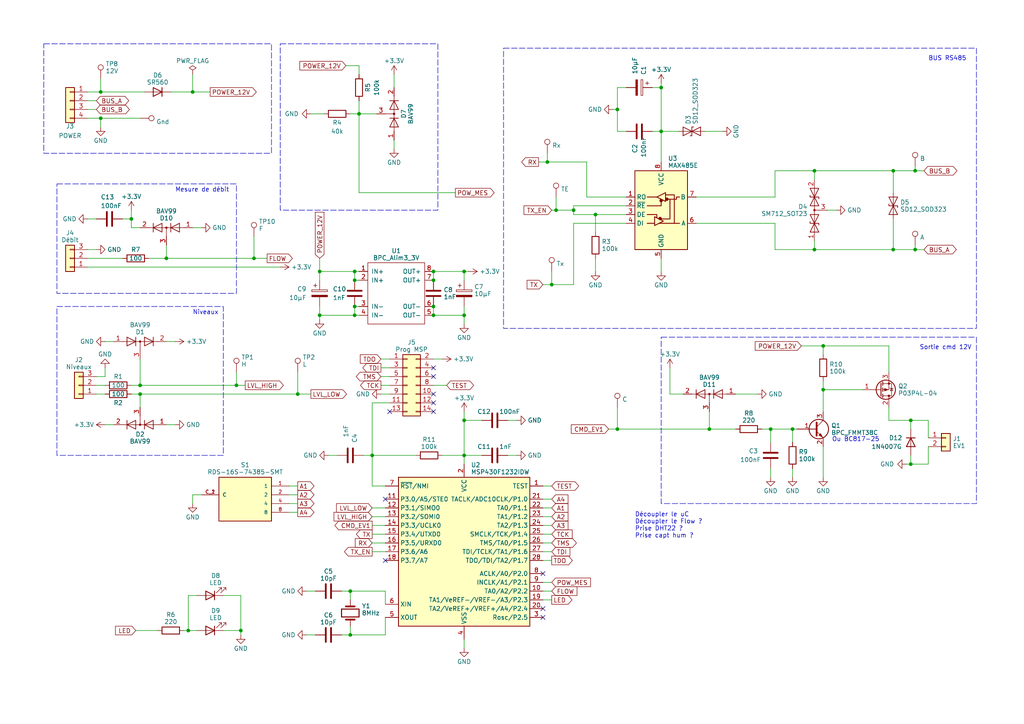
<source format=kicad_sch>
(kicad_sch (version 20230121) (generator eeschema)
  (paper "A4")
  (title_block (title "Esclave Oya MSP430") (date "2025-03-01") (rev "Rev A") (company "BPC") (comment 1 "Alim 12V - Bus RS485 - cmd EV/Pompe - Niveaux - Débit") (comment 2 "Mesure alim"))
  (junction (at 265.43 49.53))
  (junction (at 172.72 62.23))
  (junction (at 55.88 26.67))
  (junction (at 179.07 31.75))
  (junction (at 134.62 78.74))
  (junction (at 38.1 63.5))
  (junction (at 134.62 91.44))
  (junction (at 191.77 25.4))
  (junction (at 191.77 38.1))
  (junction (at 29.21 34.29))
  (junction (at 54.61 182.88))
  (junction (at 134.62 132.08))
  (junction (at 101.6 184.15))
  (junction (at 29.21 26.67))
  (junction (at 40.64 111.76))
  (junction (at 101.6 171.45))
  (junction (at 259.08 72.39))
  (junction (at 40.64 114.3))
  (junction (at 223.52 124.46))
  (junction (at 265.43 72.39))
  (junction (at 69.85 182.88))
  (junction (at 160.02 82.55))
  (junction (at 102.87 88.9))
  (junction (at 166.37 60.96))
  (junction (at 92.71 78.74))
  (junction (at 158.75 46.99))
  (junction (at 179.07 124.46))
  (junction (at 102.87 81.28))
  (junction (at 229.87 124.46))
  (junction (at 73.66 74.93))
  (junction (at 264.16 134.62))
  (junction (at 236.22 49.53))
  (junction (at 48.26 74.93))
  (junction (at 125.73 88.9))
  (junction (at 236.22 72.39))
  (junction (at 259.08 49.53))
  (junction (at 102.87 91.44))
  (junction (at 125.73 91.44))
  (junction (at 92.71 91.44))
  (junction (at 86.36 114.3))
  (junction (at 125.73 81.28))
  (junction (at 102.87 78.74))
  (junction (at 68.58 111.76))
  (junction (at 107.95 132.08))
  (junction (at 161.29 60.96))
  (junction (at 238.76 100.33))
  (junction (at 238.76 113.03))
  (junction (at 205.74 124.46))
  (junction (at 125.73 78.74))
  (junction (at 134.62 121.92))
  (junction (at 104.14 33.02))
  (junction (at 264.16 121.92))
  (no_connect (at 125.73 109.22))
  (no_connect (at 157.48 166.37))
  (no_connect (at 111.76 144.78))
  (no_connect (at 111.76 162.56))
  (no_connect (at 125.73 116.84))
  (no_connect (at 113.03 119.38))
  (no_connect (at 157.48 176.53))
  (no_connect (at 125.73 114.3))
  (no_connect (at 125.73 119.38))
  (no_connect (at 157.48 179.07))
  (no_connect (at 125.73 106.68))
  (wire (pts (xy 55.88 26.67) (xy 60.96 26.67)))
  (wire (pts (xy 157.48 162.56) (xy 160.02 162.56)))
  (wire (pts (xy 88.9 184.15) (xy 91.44 184.15)))
  (wire (pts (xy 107.95 140.97) (xy 111.76 140.97)))
  (wire (pts (xy 40.64 111.76) (xy 38.1 111.76)))
  (wire (pts (xy 54.61 172.72) (xy 57.15 172.72)))
  (wire (pts (xy 265.43 48.26) (xy 265.43 49.53)))
  (wire (pts (xy 54.61 182.88) (xy 57.15 182.88)))
  (wire (pts (xy 102.87 88.9) (xy 104.14 88.9)))
  (wire (pts (xy 35.56 63.5) (xy 38.1 63.5)))
  (wire (pts (xy 38.1 114.3) (xy 40.64 114.3)))
  (wire (pts (xy 104.14 33.02) (xy 109.22 33.02)))
  (wire (pts (xy 158.75 46.99) (xy 170.18 46.99)))
  (wire (pts (xy 25.4 77.47) (xy 81.28 77.47)))
  (wire (pts (xy 102.87 78.74) (xy 104.14 78.74)))
  (wire (pts (xy 161.29 60.96) (xy 166.37 60.96)))
  (wire (pts (xy 30.48 106.68) (xy 30.48 109.22)))
  (wire (pts (xy 179.07 31.75) (xy 179.07 25.4)))
  (wire (pts (xy 30.48 111.76) (xy 27.94 111.76)))
  (wire (pts (xy 110.49 106.68) (xy 113.03 106.68)))
  (wire (pts (xy 134.62 93.98) (xy 134.62 91.44)))
  (wire (pts (xy 134.62 121.92) (xy 139.7 121.92)))
  (wire (pts (xy 39.37 182.88) (xy 45.72 182.88)))
  (wire (pts (xy 194.31 114.3) (xy 198.12 114.3)))
  (wire (pts (xy 92.71 78.74) (xy 102.87 78.74)))
  (wire (pts (xy 55.88 66.04) (xy 58.42 66.04)))
  (wire (pts (xy 157.48 140.97) (xy 160.02 140.97)))
  (wire (pts (xy 238.76 129.54) (xy 238.76 138.43)))
  (wire (pts (xy 125.73 78.74) (xy 134.62 78.74)))
  (wire (pts (xy 25.4 26.67) (xy 29.21 26.67)))
  (wire (pts (xy 134.62 121.92) (xy 134.62 132.08)))
  (wire (pts (xy 114.3 21.59) (xy 114.3 25.4)))
  (wire (pts (xy 25.4 63.5) (xy 27.94 63.5)))
  (wire (pts (xy 104.14 55.88) (xy 132.08 55.88)))
  (wire (pts (xy 25.4 74.93) (xy 35.56 74.93)))
  (wire (pts (xy 157.48 147.32) (xy 160.02 147.32)))
  (wire (pts (xy 107.95 132.08) (xy 120.65 132.08)))
  (wire (pts (xy 157.48 144.78) (xy 160.02 144.78)))
  (wire (pts (xy 53.34 182.88) (xy 54.61 182.88)))
  (wire (pts (xy 48.26 123.19) (xy 50.8 123.19)))
  (wire (pts (xy 111.76 175.26) (xy 111.76 171.45)))
  (wire (pts (xy 191.77 38.1) (xy 196.85 38.1)))
  (wire (pts (xy 40.64 114.3) (xy 40.64 118.11)))
  (wire (pts (xy 224.79 72.39) (xy 224.79 64.77)))
  (wire (pts (xy 170.18 46.99) (xy 170.18 57.15)))
  (wire (pts (xy 29.21 36.83) (xy 29.21 34.29)))
  (wire (pts (xy 111.76 179.07) (xy 111.76 184.15)))
  (wire (pts (xy 29.21 22.86) (xy 29.21 26.67)))
  (wire (pts (xy 191.77 25.4) (xy 191.77 38.1)))
  (wire (pts (xy 238.76 100.33) (xy 238.76 102.87)))
  (wire (pts (xy 160.02 82.55) (xy 166.37 82.55)))
  (wire (pts (xy 99.06 171.45) (xy 101.6 171.45)))
  (wire (pts (xy 73.66 68.58) (xy 73.66 74.93)))
  (wire (pts (xy 265.43 72.39) (xy 267.97 72.39)))
  (wire (pts (xy 68.58 111.76) (xy 71.12 111.76)))
  (wire (pts (xy 161.29 57.15) (xy 161.29 60.96)))
  (wire (pts (xy 262.89 134.62) (xy 264.16 134.62)))
  (wire (pts (xy 189.23 38.1) (xy 191.77 38.1)))
  (wire (pts (xy 104.14 55.88) (xy 104.14 33.02)))
  (wire (pts (xy 54.61 182.88) (xy 54.61 172.72)))
  (wire (pts (xy 134.62 78.74) (xy 135.89 78.74)))
  (wire (pts (xy 125.73 88.9) (xy 125.73 91.44)))
  (wire (pts (xy 157.48 173.99) (xy 160.02 173.99)))
  (wire (pts (xy 257.81 107.95) (xy 257.81 100.33)))
  (wire (pts (xy 43.18 74.93) (xy 48.26 74.93)))
  (wire (pts (xy 259.08 72.39) (xy 265.43 72.39)))
  (wire (pts (xy 157.48 157.48) (xy 160.02 157.48)))
  (wire (pts (xy 102.87 88.9) (xy 102.87 91.44)))
  (wire (pts (xy 191.77 74.93) (xy 191.77 78.74)))
  (wire (pts (xy 104.14 29.21) (xy 104.14 33.02)))
  (wire (pts (xy 25.4 29.21) (xy 27.94 29.21)))
  (wire (pts (xy 101.6 181.61) (xy 101.6 184.15)))
  (wire (pts (xy 204.47 38.1) (xy 209.55 38.1)))
  (wire (pts (xy 88.9 171.45) (xy 91.44 171.45)))
  (wire (pts (xy 265.43 71.12) (xy 265.43 72.39)))
  (wire (pts (xy 259.08 63.5) (xy 259.08 72.39)))
  (wire (pts (xy 134.62 185.42) (xy 134.62 187.96)))
  (wire (pts (xy 181.61 38.1) (xy 179.07 38.1)))
  (wire (pts (xy 49.53 26.67) (xy 55.88 26.67)))
  (wire (pts (xy 179.07 118.11) (xy 179.07 124.46)))
  (wire (pts (xy 38.1 63.5) (xy 38.1 66.04)))
  (wire (pts (xy 110.49 111.76) (xy 113.03 111.76)))
  (wire (pts (xy 179.07 25.4) (xy 181.61 25.4)))
  (wire (pts (xy 73.66 74.93) (xy 77.47 74.93)))
  (wire (pts (xy 110.49 114.3) (xy 113.03 114.3)))
  (wire (pts (xy 157.48 171.45) (xy 160.02 171.45)))
  (wire (pts (xy 125.73 111.76) (xy 129.54 111.76)))
  (wire (pts (xy 33.02 99.06) (xy 30.48 99.06)))
  (wire (pts (xy 236.22 49.53) (xy 259.08 49.53)))
  (wire (pts (xy 223.52 135.89) (xy 223.52 138.43)))
  (wire (pts (xy 25.4 72.39) (xy 27.94 72.39)))
  (wire (pts (xy 90.17 33.02) (xy 93.98 33.02)))
  (wire (pts (xy 134.62 132.08) (xy 139.7 132.08)))
  (wire (pts (xy 160.02 78.74) (xy 160.02 82.55)))
  (wire (pts (xy 92.71 92.71) (xy 92.71 91.44)))
  (wire (pts (xy 92.71 81.28) (xy 92.71 78.74)))
  (wire (pts (xy 229.87 124.46) (xy 231.14 124.46)))
  (wire (pts (xy 27.94 114.3) (xy 30.48 114.3)))
  (wire (pts (xy 100.33 19.05) (xy 104.14 19.05)))
  (wire (pts (xy 191.77 24.13) (xy 191.77 25.4)))
  (wire (pts (xy 205.74 124.46) (xy 213.36 124.46)))
  (wire (pts (xy 269.24 127) (xy 269.24 121.92)))
  (wire (pts (xy 238.76 113.03) (xy 250.19 113.03)))
  (wire (pts (xy 48.26 71.12) (xy 48.26 74.93)))
  (wire (pts (xy 99.06 184.15) (xy 101.6 184.15)))
  (wire (pts (xy 107.95 132.08) (xy 107.95 140.97)))
  (wire (pts (xy 38.1 66.04) (xy 40.64 66.04)))
  (wire (pts (xy 269.24 129.54) (xy 269.24 134.62)))
  (wire (pts (xy 166.37 59.69) (xy 166.37 60.96)))
  (wire (pts (xy 105.41 132.08) (xy 107.95 132.08)))
  (wire (pts (xy 236.22 49.53) (xy 236.22 52.07)))
  (wire (pts (xy 86.36 114.3) (xy 90.17 114.3)))
  (wire (pts (xy 201.93 64.77) (xy 224.79 64.77)))
  (wire (pts (xy 40.64 111.76) (xy 68.58 111.76)))
  (wire (pts (xy 179.07 124.46) (xy 205.74 124.46)))
  (wire (pts (xy 107.95 160.02) (xy 111.76 160.02)))
  (wire (pts (xy 177.8 31.75) (xy 179.07 31.75)))
  (wire (pts (xy 68.58 107.95) (xy 68.58 111.76)))
  (wire (pts (xy 172.72 74.93) (xy 172.72 78.74)))
  (wire (pts (xy 229.87 135.89) (xy 229.87 138.43)))
  (wire (pts (xy 69.85 172.72) (xy 69.85 182.88)))
  (wire (pts (xy 55.88 21.59) (xy 55.88 26.67)))
  (wire (pts (xy 125.73 104.14) (xy 128.27 104.14)))
  (wire (pts (xy 201.93 57.15) (xy 224.79 57.15)))
  (wire (pts (xy 259.08 49.53) (xy 259.08 55.88)))
  (wire (pts (xy 236.22 72.39) (xy 224.79 72.39)))
  (wire (pts (xy 40.64 104.14) (xy 40.64 111.76)))
  (wire (pts (xy 166.37 62.23) (xy 172.72 62.23)))
  (wire (pts (xy 134.62 119.38) (xy 134.62 121.92)))
  (wire (pts (xy 107.95 147.32) (xy 111.76 147.32)))
  (wire (pts (xy 147.32 132.08) (xy 149.86 132.08)))
  (wire (pts (xy 259.08 49.53) (xy 265.43 49.53)))
  (wire (pts (xy 30.48 109.22) (xy 27.94 109.22)))
  (wire (pts (xy 134.62 88.9) (xy 134.62 91.44)))
  (wire (pts (xy 110.49 104.14) (xy 113.03 104.14)))
  (wire (pts (xy 157.48 160.02) (xy 160.02 160.02)))
  (wire (pts (xy 176.53 124.46) (xy 179.07 124.46)))
  (wire (pts (xy 238.76 110.49) (xy 238.76 113.03)))
  (wire (pts (xy 107.95 149.86) (xy 111.76 149.86)))
  (wire (pts (xy 25.4 31.75) (xy 27.94 31.75)))
  (wire (pts (xy 128.27 132.08) (xy 134.62 132.08)))
  (wire (pts (xy 223.52 124.46) (xy 223.52 128.27)))
  (wire (pts (xy 264.16 121.92) (xy 264.16 124.46)))
  (wire (pts (xy 40.64 114.3) (xy 86.36 114.3)))
  (wire (pts (xy 30.48 123.19) (xy 33.02 123.19)))
  (wire (pts (xy 224.79 57.15) (xy 224.79 49.53)))
  (wire (pts (xy 213.36 114.3) (xy 219.71 114.3)))
  (wire (pts (xy 157.48 154.94) (xy 160.02 154.94)))
  (wire (pts (xy 166.37 59.69) (xy 181.61 59.69)))
  (wire (pts (xy 160.02 60.96) (xy 161.29 60.96)))
  (wire (pts (xy 102.87 91.44) (xy 104.14 91.44)))
  (wire (pts (xy 240.03 60.96) (xy 242.57 60.96)))
  (wire (pts (xy 50.8 99.06) (xy 48.26 99.06)))
  (wire (pts (xy 92.71 91.44) (xy 92.71 88.9)))
  (wire (pts (xy 166.37 64.77) (xy 181.61 64.77)))
  (wire (pts (xy 107.95 154.94) (xy 111.76 154.94)))
  (wire (pts (xy 147.32 121.92) (xy 149.86 121.92)))
  (wire (pts (xy 224.79 49.53) (xy 236.22 49.53)))
  (wire (pts (xy 189.23 25.4) (xy 191.77 25.4)))
  (wire (pts (xy 194.31 106.68) (xy 194.31 114.3)))
  (wire (pts (xy 229.87 124.46) (xy 229.87 128.27)))
  (wire (pts (xy 157.48 149.86) (xy 160.02 149.86)))
  (wire (pts (xy 238.76 100.33) (xy 257.81 100.33)))
  (wire (pts (xy 157.48 168.91) (xy 160.02 168.91)))
  (wire (pts (xy 265.43 49.53) (xy 267.97 49.53)))
  (wire (pts (xy 257.81 118.11) (xy 257.81 121.92)))
  (wire (pts (xy 264.16 132.08) (xy 264.16 134.62)))
  (wire (pts (xy 58.42 143.51) (xy 55.88 143.51)))
  (wire (pts (xy 156.21 46.99) (xy 158.75 46.99)))
  (wire (pts (xy 55.88 143.51) (xy 55.88 146.05)))
  (wire (pts (xy 172.72 62.23) (xy 181.61 62.23)))
  (wire (pts (xy 114.3 40.64) (xy 114.3 43.18)))
  (wire (pts (xy 83.82 146.05) (xy 86.36 146.05)))
  (wire (pts (xy 64.77 182.88) (xy 69.85 182.88)))
  (wire (pts (xy 104.14 19.05) (xy 104.14 21.59)))
  (wire (pts (xy 38.1 60.96) (xy 38.1 63.5)))
  (wire (pts (xy 158.75 44.45) (xy 158.75 46.99)))
  (wire (pts (xy 125.73 78.74) (xy 125.73 81.28)))
  (wire (pts (xy 92.71 74.93) (xy 92.71 78.74)))
  (wire (pts (xy 269.24 121.92) (xy 264.16 121.92)))
  (wire (pts (xy 172.72 62.23) (xy 172.72 67.31)))
  (wire (pts (xy 83.82 140.97) (xy 86.36 140.97)))
  (wire (pts (xy 83.82 148.59) (xy 86.36 148.59)))
  (wire (pts (xy 264.16 121.92) (xy 257.81 121.92)))
  (wire (pts (xy 264.16 134.62) (xy 269.24 134.62)))
  (wire (pts (xy 125.73 91.44) (xy 134.62 91.44)))
  (wire (pts (xy 29.21 26.67) (xy 41.91 26.67)))
  (wire (pts (xy 29.21 34.29) (xy 25.4 34.29)))
  (wire (pts (xy 107.95 116.84) (xy 107.95 132.08)))
  (wire (pts (xy 110.49 109.22) (xy 113.03 109.22)))
  (wire (pts (xy 64.77 172.72) (xy 69.85 172.72)))
  (wire (pts (xy 107.95 116.84) (xy 113.03 116.84)))
  (wire (pts (xy 86.36 107.95) (xy 86.36 114.3)))
  (wire (pts (xy 223.52 124.46) (xy 229.87 124.46)))
  (wire (pts (xy 69.85 182.88) (xy 69.85 184.15)))
  (wire (pts (xy 102.87 78.74) (xy 102.87 81.28)))
  (wire (pts (xy 157.48 82.55) (xy 160.02 82.55)))
  (wire (pts (xy 83.82 143.51) (xy 86.36 143.51)))
  (wire (pts (xy 166.37 60.96) (xy 166.37 62.23)))
  (wire (pts (xy 191.77 38.1) (xy 191.77 46.99)))
  (wire (pts (xy 95.25 132.08) (xy 97.79 132.08)))
  (wire (pts (xy 166.37 82.55) (xy 166.37 64.77)))
  (wire (pts (xy 134.62 78.74) (xy 134.62 81.28)))
  (wire (pts (xy 101.6 171.45) (xy 101.6 173.99)))
  (wire (pts (xy 107.95 157.48) (xy 111.76 157.48)))
  (wire (pts (xy 238.76 113.03) (xy 238.76 119.38)))
  (wire (pts (xy 92.71 91.44) (xy 102.87 91.44)))
  (wire (pts (xy 48.26 74.93) (xy 73.66 74.93)))
  (wire (pts (xy 179.07 38.1) (xy 179.07 31.75)))
  (wire (pts (xy 134.62 132.08) (xy 134.62 134.62)))
  (wire (pts (xy 40.64 34.29) (xy 29.21 34.29)))
  (wire (pts (xy 205.74 119.38) (xy 205.74 124.46)))
  (wire (pts (xy 236.22 69.85) (xy 236.22 72.39)))
  (wire (pts (xy 232.41 100.33) (xy 238.76 100.33)))
  (wire (pts (xy 102.87 81.28) (xy 104.14 81.28)))
  (wire (pts (xy 181.61 57.15) (xy 170.18 57.15)))
  (wire (pts (xy 101.6 33.02) (xy 104.14 33.02)))
  (wire (pts (xy 111.76 171.45) (xy 101.6 171.45)))
  (wire (pts (xy 157.48 152.4) (xy 160.02 152.4)))
  (wire (pts (xy 236.22 72.39) (xy 259.08 72.39)))
  (wire (pts (xy 107.95 152.4) (xy 111.76 152.4)))
  (wire (pts (xy 101.6 184.15) (xy 111.76 184.15)))
  (wire (pts (xy 220.98 124.46) (xy 223.52 124.46)))
  (rectangle (start 191.77 97.79) (end 283.21 146.05) (stroke (width 0) (type dash)))
  (rectangle (start 16.51 88.9) (end 64.77 132.08) (stroke (width 0) (type dash)))
  (rectangle (start 146.05 13.97) (end 283.21 95.25) (stroke (width 0) (type dash)))
  (rectangle (start 12.7 12.7) (end 78.74 44.45) (stroke (width 0) (type dash)))
  (rectangle (start 81.28 12.7) (end 127 60.96) (stroke (width 0) (type dash)))
  (rectangle (start 16.51 53.34) (end 68.58 85.09) (stroke (width 0) (type dash)))
  (text "BUS RS485" (at 269.24 17.78 0) (effects (font (size 1.27 1.27)) (justify left bottom)))
  (text "Sortie cmd 12V" (at 266.7 101.6 0) (effects (font (size 1.27 1.27)) (justify left bottom)))
  (text "Mesure de débit" (at 50.8 55.88 0) (effects (font (size 1.27 1.27)) (justify left bottom)))
  (text "Ou BC817-25" (at 241.3 128.27 0) (effects (font (size 1.27 1.27)) (justify left bottom)))
  (text "Niveaux" (at 55.88 91.44 0) (effects (font (size 1.27 1.27)) (justify left bottom)))
  (text "Découpler le uC\nDécoupler le Flow ?\nPrise DHT22 ?\nPrise capt hum ?" (at 184.15 156.21 0) (effects (font (size 1.27 1.27)) (justify left bottom)))
  (global_label "LED" (shape output) (at 160.02 173.99 0) (property "Intersheetrefs" "${INTERSHEET_REFS}" (effects hide)))
  (global_label "FLOW" (shape output) (at 77.47 74.93 0) (property "Intersheetrefs" "${INTERSHEET_REFS}" (effects hide)))
  (global_label "A1" (shape output) (at 86.36 140.97 0) (property "Intersheetrefs" "${INTERSHEET_REFS}" (effects hide)))
  (global_label "BUS_B" (shape tri_state) (at 27.94 31.75 0) (property "Intersheetrefs" "${INTERSHEET_REFS}" (effects hide)))
  (global_label "BUS_B" (shape tri_state) (at 267.97 49.53 0) (property "Intersheetrefs" "${INTERSHEET_REFS}" (effects hide)))
  (global_label "POWER_12V" (shape input) (at 100.33 19.05 180) (property "Intersheetrefs" "${INTERSHEET_REFS}" (effects hide)))
  (global_label "FLOW" (shape input) (at 160.02 171.45 0) (property "Intersheetrefs" "${INTERSHEET_REFS}" (effects hide)))
  (global_label "LVL_LOW" (shape input) (at 107.95 147.32 180) (property "Intersheetrefs" "${INTERSHEET_REFS}" (effects hide)))
  (global_label "CMD_EV1" (shape input) (at 176.53 124.46 180) (property "Intersheetrefs" "${INTERSHEET_REFS}" (effects hide)))
  (global_label "BUS_A" (shape tri_state) (at 267.97 72.39 0) (property "Intersheetrefs" "${INTERSHEET_REFS}" (effects hide)))
  (global_label "TX_EN" (shape output) (at 107.95 160.02 180) (property "Intersheetrefs" "${INTERSHEET_REFS}" (effects hide)))
  (global_label "A2" (shape output) (at 86.36 143.51 0) (property "Intersheetrefs" "${INTERSHEET_REFS}" (effects hide)))
  (global_label "TDO" (shape input) (at 110.49 104.14 180) (property "Intersheetrefs" "${INTERSHEET_REFS}" (effects hide)))
  (global_label "TMS" (shape bidirectional) (at 110.49 109.22 180) (property "Intersheetrefs" "${INTERSHEET_REFS}" (effects hide)))
  (global_label "TDI" (shape output) (at 110.49 106.68 180) (property "Intersheetrefs" "${INTERSHEET_REFS}" (effects hide)))
  (global_label "A3" (shape input) (at 160.02 152.4 0) (property "Intersheetrefs" "${INTERSHEET_REFS}" (effects hide)))
  (global_label "TEST" (shape bidirectional) (at 160.02 140.97 0) (property "Intersheetrefs" "${INTERSHEET_REFS}" (effects hide)))
  (global_label "POW_MES" (shape output) (at 132.08 55.88 0) (property "Intersheetrefs" "${INTERSHEET_REFS}" (effects hide)))
  (global_label "TCK" (shape output) (at 110.49 111.76 180) (property "Intersheetrefs" "${INTERSHEET_REFS}" (effects hide)))
  (global_label "LVL_HIGH" (shape input) (at 107.95 149.86 180) (property "Intersheetrefs" "${INTERSHEET_REFS}" (effects hide)))
  (global_label "BUS_A" (shape tri_state) (at 27.94 29.21 0) (property "Intersheetrefs" "${INTERSHEET_REFS}" (effects hide)))
  (global_label "POWER_12V" (shape input) (at 92.71 74.93 90) (property "Intersheetrefs" "${INTERSHEET_REFS}" (effects hide)))
  (global_label "TMS" (shape bidirectional) (at 160.02 157.48 0) (property "Intersheetrefs" "${INTERSHEET_REFS}" (effects hide)))
  (global_label "TDI" (shape input) (at 160.02 160.02 0) (property "Intersheetrefs" "${INTERSHEET_REFS}" (effects hide)))
  (global_label "TEST" (shape bidirectional) (at 129.54 111.76 0) (property "Intersheetrefs" "${INTERSHEET_REFS}" (effects hide)))
  (global_label "RX" (shape output) (at 156.21 46.99 180) (property "Intersheetrefs" "${INTERSHEET_REFS}" (effects hide)))
  (global_label "POW_MES" (shape input) (at 160.02 168.91 0) (property "Intersheetrefs" "${INTERSHEET_REFS}" (effects hide)))
  (global_label "TX" (shape output) (at 107.95 154.94 180) (property "Intersheetrefs" "${INTERSHEET_REFS}" (effects hide)))
  (global_label "TDO" (shape output) (at 160.02 162.56 0) (property "Intersheetrefs" "${INTERSHEET_REFS}" (effects hide)))
  (global_label "A1" (shape input) (at 160.02 147.32 0) (property "Intersheetrefs" "${INTERSHEET_REFS}" (effects hide)))
  (global_label "POWER_12V" (shape output) (at 60.96 26.67 0) (property "Intersheetrefs" "${INTERSHEET_REFS}" (effects hide)))
  (global_label "A2" (shape input) (at 160.02 149.86 0) (property "Intersheetrefs" "${INTERSHEET_REFS}" (effects hide)))
  (global_label "RX" (shape input) (at 107.95 157.48 180) (property "Intersheetrefs" "${INTERSHEET_REFS}" (effects hide)))
  (global_label "LVL_LOW" (shape output) (at 90.17 114.3 0) (property "Intersheetrefs" "${INTERSHEET_REFS}" (effects hide)))
  (global_label "TX_EN" (shape input) (at 160.02 60.96 180) (property "Intersheetrefs" "${INTERSHEET_REFS}" (effects hide)))
  (global_label "TX" (shape input) (at 157.48 82.55 180) (property "Intersheetrefs" "${INTERSHEET_REFS}" (effects hide)))
  (global_label "CMD_EV1" (shape output) (at 107.95 152.4 180) (property "Intersheetrefs" "${INTERSHEET_REFS}" (effects hide)))
  (global_label "LED" (shape input) (at 39.37 182.88 180) (property "Intersheetrefs" "${INTERSHEET_REFS}" (effects hide)))
  (global_label "A3" (shape output) (at 86.36 146.05 0) (property "Intersheetrefs" "${INTERSHEET_REFS}" (effects hide)))
  (global_label "A4" (shape input) (at 160.02 144.78 0) (property "Intersheetrefs" "${INTERSHEET_REFS}" (effects hide)))
  (global_label "TCK" (shape input) (at 160.02 154.94 0) (property "Intersheetrefs" "${INTERSHEET_REFS}" (effects hide)))
  (global_label "A4" (shape output) (at 86.36 148.59 0) (property "Intersheetrefs" "${INTERSHEET_REFS}" (effects hide)))
  (global_label "POWER_12V" (shape input) (at 232.41 100.33 180) (property "Intersheetrefs" "${INTERSHEET_REFS}" (effects hide)))
  (global_label "LVL_HIGH" (shape output) (at 71.12 111.76 0) (property "Intersheetrefs" "${INTERSHEET_REFS}" (effects hide)))
  (symbol (lib_id "Diode:BAV99") (at 205.74 114.3 0) (mirror y) (unit 1)
    (property "Reference" "D11" (at 205.74 111.5234 0))
    (property "Value" "BAV99" (at 205.74 109.4754 0))
    (property "Footprint" "Package_TO_SOT_SMD:SOT-23" (effects hide))
    (property "Datasheet" "https://assets.nexperia.com/documents/data-sheet/BAV99_SER.pdf" (effects hide))
    (property "RefFabricant" "BAV99" (effects hide))
    (property "RefFournisseur" "2675152" (effects hide))
    (property "Fabricant" "MULTICOMP PRO" (effects hide))
    (property "Fournisseur" "Farnell" (effects hide))
    (property "Description" "Diodes signaux faibles" (effects hide))
    (property "Price" "0,0994" (effects hide))
  )
  (symbol (lib_id "bpc:BPC_PROG_MSP") (at 118.11 111.76 0) (unit 1)
    (property "Reference" "J5" (at 119.38 99.29 0))
    (property "Value" "Prog MSP" (at 119.38 101.338 0))
    (property "Footprint" "bpc:BPC_PROG_MSP" (effects hide))
  )
  (symbol (lib_id "bpc:BPC_RDS-16S-74385-SMT") (at 71.12 143.51 0) (unit 1)
    (property "Reference" "S1" (at 71.12 134.85 0))
    (property "Value" "RDS-16S-74385-SMT" (at 71.12 136.898 0))
    (property "Footprint" "bpc:BPC_RDS-16S-74385-SMT" (effects hide))
    (property "MF" "CUI Devices" (effects hide))
    (property "MAXIMUM_PACKAGE_HEIGHT" "8.35mm" (effects hide))
    (property "Package" "None" (effects hide))
    (property "Price" "2,76" (effects hide))
    (property "Check_prices" "https://www.snapeda.com/parts/RDS-16S-74385-SMT/CUI+Devices/view-part/?ref=eda" (effects hide))
    (property "STANDARD" "Manufacturer Recommendations" (effects hide))
    (property "PARTREV" "1.0" (effects hide))
    (property "SnapEDA_Link" "https://www.snapeda.com/parts/RDS-16S-74385-SMT/CUI+Devices/view-part/?ref=snap" (effects hide))
    (property "MP" "RDS-16S-74385-SMT" (effects hide))
    (property "Description" "Switch rotatif 16 positions" (effects hide))
    (property "CUI_purchase_URL" "https://www.cuidevices.com/product/switches/dip-switches/rds-16s-74385-smt?utm_source=snapeda.com&utm_medium=referral&utm_campaign=snapedaBOM" (effects hide))
    (property "Availability" "In Stock" (effects hide))
    (property "MANUFACTURER" "CUI Devices" (effects hide))
    (property "RefFabricant" "RDS-16S-74385-SMT-TR" (effects hide))
    (property "Fabricant" "CUI Devices" (effects hide))
    (property "Purchase-URL" "https://www.digikey.at/en/products/detail/cui-devices/RDS-16S-74385-SMT-TR/13530571" (effects hide))
    (property "Fournisseur" "Digikey" (effects hide))
  )
  (symbol (lib_id "power:GND") (at 69.85 184.15 0) (unit 1)
    (property "Reference" "#PWR017" (effects hide))
    (property "Value" "GND" (at 69.85 188.095 0))
  )
  (symbol (lib_id "bpc:BPC_FMMT38C") (at 236.22 124.46 0) (unit 1)
    (property "Reference" "Q1" (at 241.0714 123.436 0) (effects (justify left)))
    (property "Value" "BPC_FMMT38C" (at 241.0714 125.484 0) (effects (justify left)))
    (property "Footprint" "bpc:BPC_SOT-23-3" (effects hide))
    (property "RefFabricant" "FMMT38C" (effects hide))
    (property "RefFournisseur" "9526315" (effects hide))
    (property "Fabricant" "DIODES" (effects hide))
    (property "Fournisseur" "Farnell" (effects hide))
    (property "Description" "Transistor NPN" (effects hide))
    (property "Price" "1,1844" (effects hide))
  )
  (symbol (lib_id "power:GND") (at 229.87 138.43 0) (unit 1)
    (property "Reference" "#PWR030" (effects hide))
    (property "Value" "GND" (at 229.87 142.375 0))
  )
  (symbol (lib_id "Device:R") (at 104.14 25.4 180) (unit 1)
    (property "Reference" "R5" (at 106.68 25.4 90))
    (property "Value" "100k" (at 109.22 25.4 90))
    (property "Footprint" "Resistor_SMD:R_0805_2012Metric_Pad1.20x1.40mm_HandSolder" (effects hide))
    (property "RefFabricant" "MCHVR05JTEW1003" (effects hide))
    (property "RefFournisseur" "2826073" (effects hide))
    (property "Fabricant" "MULTICOMP PRO" (effects hide))
    (property "Fournisseur" "Farnell" (effects hide))
    (property "Description" "Résistance 100 kOhms" (effects hide))
    (property "Price" "0,0522" (effects hide))
  )
  (symbol (lib_id "Device:LED") (at 60.96 182.88 180) (unit 1)
    (property "Reference" "D9" (at 62.5475 177.141 0))
    (property "Value" "LED" (at 62.5475 179.189 0))
    (property "Footprint" "LED_SMD:LED_0805_2012Metric_Pad1.15x1.40mm_HandSolder" (effects hide))
    (property "RefFabricant" "SML-D14VWT86C" (effects hide))
    (property "RefFournisseur" "2829438" (effects hide))
    (property "Fabricant" "ROHM" (effects hide))
    (property "Fournisseur" "Farnell" (effects hide))
    (property "Description" "LED rouge 805" (effects hide))
    (property "Price" "0,4992" (effects hide))
  )
  (symbol (lib_id "Device:C") (at 223.52 132.08 0) (unit 1)
    (property "Reference" "C3" (at 217.17 130.81 0) (effects (justify left)))
    (property "Value" "100nF" (at 214.63 133.35 0) (effects (justify left)))
    (property "Footprint" "Capacitor_SMD:C_0805_2012Metric" (effects hide))
    (property "RefFabricant" "C0603C104K1RACTU" (effects hide))
    (property "RefFournisseur" "4199453" (effects hide))
    (property "Fabricant" "KEMET" (effects hide))
    (property "Fournisseur" "Farnell" (effects hide))
    (property "Description" "Condensateur céramique 100nF" (effects hide))
    (property "Price" "0,42" (effects hide))
  )
  (symbol (lib_id "Connector:TestPoint") (at 73.66 68.58 0) (unit 1)
    (property "Reference" "TP10" (at 75.057 64.254 0) (effects (justify left)))
    (property "Value" "F" (at 75.057 66.302 0) (effects (justify left)))
    (property "Footprint" "TestPoint:TestPoint_Pad_D1.0mm" (effects hide))
    (property "Price" "0" (effects hide))
  )
  (symbol (lib_id "bpc:BPC_Alim3_3V") (at 106.68 78.74 0) (unit 1)
    (property "Reference" "U1" (at 114.935 72.747 0))
    (property "Value" "BPC_Alim3_3V" (at 114.935 74.795 0))
    (property "Footprint" "bpc:BPC_Alim3_3V" (effects hide))
  )
  (symbol (lib_id "power:GND") (at 114.3 43.18 0) (unit 1)
    (property "Reference" "#PWR016" (effects hide))
    (property "Value" "GND" (at 114.3 47.125 0))
  )
  (symbol (lib_id "Diode:BAV99") (at 48.26 66.04 0) (mirror y) (unit 1)
    (property "Reference" "D10" (at 48.26 63.2634 0))
    (property "Value" "BAV99" (at 48.26 61.2154 0))
    (property "Footprint" "Package_TO_SOT_SMD:SOT-23" (effects hide))
    (property "Datasheet" "https://assets.nexperia.com/documents/data-sheet/BAV99_SER.pdf" (effects hide))
    (property "RefFabricant" "BAV99" (effects hide))
    (property "RefFournisseur" "2675152" (effects hide))
    (property "Fabricant" "MULTICOMP PRO" (effects hide))
    (property "Fournisseur" "Farnell" (effects hide))
    (property "Description" "Diodes signaux faibles" (effects hide))
    (property "Price" "0,0994" (effects hide))
  )
  (symbol (lib_id "power:PWR_FLAG") (at 55.88 21.59 0) (unit 1)
    (property "Reference" "#FLG02" (effects hide))
    (property "Value" "PWR_FLAG" (at 55.88 17.645 0))
  )
  (symbol (lib_id "power:GND") (at 29.21 36.83 0) (unit 1)
    (property "Reference" "#PWR013" (effects hide))
    (property "Value" "GND" (at 29.21 40.775 0))
  )
  (symbol (lib_id "Device:R") (at 238.76 106.68 0) (unit 1)
    (property "Reference" "R10" (at 240.538 105.656 0) (effects (justify left)))
    (property "Value" "100k" (at 240.538 107.704 0) (effects (justify left)))
    (property "Footprint" "Resistor_SMD:R_0805_2012Metric_Pad1.20x1.40mm_HandSolder" (effects hide))
    (property "RefFabricant" "MCHVR05JTEW1003" (effects hide))
    (property "RefFournisseur" "2826073" (effects hide))
    (property "Fabricant" "MULTICOMP PRO" (effects hide))
    (property "Fournisseur" "Farnell" (effects hide))
    (property "Description" "Résistance 100 kOhms" (effects hide))
    (property "Price" "0,0522" (effects hide))
  )
  (symbol (lib_id "power:GND") (at 238.76 138.43 0) (unit 1)
    (property "Reference" "#PWR031" (effects hide))
    (property "Value" "GND" (at 238.76 142.375 0))
  )
  (symbol (lib_id "power:GND") (at 242.57 60.96 90) (unit 1)
    (property "Reference" "#PWR012" (effects hide))
    (property "Value" "GND" (at 245.745 60.96 90) (effects (justify right)))
  )
  (symbol (lib_id "Device:C") (at 143.51 121.92 270) (unit 1)
    (property "Reference" "C12" (at 138.43 119.38 90) (effects (justify left)))
    (property "Value" "100nF" (at 144.78 119.38 90) (effects (justify left)))
    (property "Footprint" "Capacitor_SMD:C_0805_2012Metric" (effects hide))
    (property "RefFabricant" "C0603C104K1RACTU" (effects hide))
    (property "RefFournisseur" "4199453" (effects hide))
    (property "Fabricant" "KEMET" (effects hide))
    (property "Fournisseur" "Farnell" (effects hide))
    (property "Description" "Condensateur céramique 100nF" (effects hide))
    (property "Price" "0,42" (effects hide))
  )
  (symbol (lib_id "Device:D") (at 45.72 26.67 180) (unit 1)
    (property "Reference" "D6" (at 45.72 21.82 0))
    (property "Value" "SR560" (at 45.72 23.868 0))
    (property "Footprint" "Diode_THT:D_DO-15_P12.70mm_Horizontal" (effects hide))
    (property "Sim.Device" "D" (effects hide))
    (property "Sim.Pins" "1=K 2=A" (effects hide))
    (property "RefFabricant" "SR560" (effects hide))
    (property "RefFournisseur" "2675411" (effects hide))
    (property "Fabricant" "MULTICOMP PRO" (effects hide))
    (property "Fournisseur" "Farnell" (effects hide))
    (property "Description" "Diode de redressement SR560" (effects hide))
    (property "Price" "0,5844" (effects hide))
  )
  (symbol (lib_id "power:GND") (at 177.8 31.75 270) (unit 1)
    (property "Reference" "#PWR07" (effects hide))
    (property "Value" "GND" (at 174.6251 31.75 90) (effects (justify right)))
  )
  (symbol (lib_id "Diode:BAV99") (at 40.64 123.19 180) (unit 1)
    (property "Reference" "D2" (at 40.64 125.9666 0))
    (property "Value" "BAV99" (at 40.64 128.0146 0))
    (property "Footprint" "Package_TO_SOT_SMD:SOT-23" (effects hide))
    (property "Datasheet" "https://assets.nexperia.com/documents/data-sheet/BAV99_SER.pdf" (effects hide))
    (property "RefFabricant" "BAV99" (effects hide))
    (property "RefFournisseur" "2675152" (effects hide))
    (property "Fabricant" "MULTICOMP PRO" (effects hide))
    (property "Fournisseur" "Farnell" (effects hide))
    (property "Description" "Diodes signaux faibles" (effects hide))
    (property "Price" "0,0994" (effects hide))
  )
  (symbol (lib_id "power:GND") (at 262.89 134.62 270) (unit 1)
    (property "Reference" "#PWR032" (effects hide))
    (property "Value" "GND" (at 255.27 134.62 90) (effects (justify left)))
  )
  (symbol (lib_id "power:GND") (at 110.49 114.3 270) (unit 1)
    (property "Reference" "#PWR034" (effects hide))
    (property "Value" "GND" (at 107.3151 114.3 90) (effects (justify right)))
  )
  (symbol (lib_id "Device:C") (at 125.73 85.09 0) (unit 1)
    (property "Reference" "C8" (at 128.651 84.066 0) (effects (justify left)))
    (property "Value" "1nF" (at 128.651 86.114 0) (effects (justify left)))
    (property "Footprint" "Capacitor_SMD:C_0603_1608Metric" (effects hide))
    (property "RefFabricant" "C0603X102J5GACAUTO" (effects hide))
    (property "RefFournisseur" "2219417" (effects hide))
    (property "Fabricant" "KEMET" (effects hide))
    (property "Fournisseur" "Farnell" (effects hide))
    (property "Description" "Condensateur céramique 1nF" (effects hide))
    (property "Price" "0,42" (effects hide))
  )
  (symbol (lib_id "power:+3.3V") (at 50.8 99.06 270) (unit 1)
    (property "Reference" "#PWR04" (effects hide))
    (property "Value" "+3.3V" (at 53.975 99.06 90) (effects (justify left)))
  )
  (symbol (lib_id "power:GND") (at 50.8 123.19 90) (unit 1)
    (property "Reference" "#PWR05" (effects hide))
    (property "Value" "GND" (at 53.975 123.19 90) (effects (justify right)))
  )
  (symbol (lib_id "Diode:SD12_SOD323") (at 259.08 59.69 90) (unit 1)
    (property "Reference" "D5" (at 261.0866 58.666 90) (effects (justify right)))
    (property "Value" "SD12_SOD323" (at 261.0866 60.714 90) (effects (justify right)))
    (property "Footprint" "Diode_SMD:D_SOD-323" (effects hide))
    (property "Datasheet" "https://www.littelfuse.com/~/media/electronics/datasheets/tvs_diode_arrays/littelfuse_tvs_diode_array_sd_c_datasheet.pdf.pdf" (effects hide))
    (property "RefFabricant" "SD12-7" (effects hide))
    (property "RefFournisseur" "3945781RL" (effects hide))
    (property "Fabricant" "DIODES INC" (effects hide))
    (property "Fournisseur" "Farnell" (effects hide))
    (property "Description" "Diodes TVS simples" (effects hide))
    (property "Price" "0,1272" (effects hide))
  )
  (symbol (lib_id "Device:R") (at 34.29 114.3 90) (unit 1)
    (property "Reference" "R2" (at 34.29 116.84 90))
    (property "Value" "100" (at 34.29 114.3 90))
    (property "Footprint" "Resistor_SMD:R_0805_2012Metric_Pad1.20x1.40mm_HandSolder" (effects hide))
    (property "RefFabricant" "CRCW0805100RFKTA" (effects hide))
    (property "RefFournisseur" "1652906" (effects hide))
    (property "Fabricant" "VISHAY" (effects hide))
    (property "Fournisseur" "Farnell" (effects hide))
    (property "Description" "Résistance 100 Ohms" (effects hide))
    (property "Price" "0,0522" (effects hide))
  )
  (symbol (lib_id "power:GND") (at 149.86 121.92 90) (unit 1)
    (property "Reference" "#PWR036" (effects hide))
    (property "Value" "GND" (at 153.035 121.92 90) (effects (justify right)))
  )
  (symbol (lib_id "power:GND") (at 25.4 63.5 270) (unit 1)
    (property "Reference" "#PWR040" (effects hide))
    (property "Value" "GND" (at 22.2251 63.5 90) (effects (justify right)))
  )
  (symbol (lib_id "power:+3.3V") (at 30.48 123.19 90) (unit 1)
    (property "Reference" "#PWR03" (effects hide))
    (property "Value" "+3.3V" (at 27.305 123.19 90) (effects (justify left)))
  )
  (symbol (lib_id "power:GND") (at 27.94 72.39 90) (unit 1)
    (property "Reference" "#PWR019" (effects hide))
    (property "Value" "GND" (at 31.115 72.39 90) (effects (justify right)))
  )
  (symbol (lib_id "Device:R") (at 39.37 74.93 90) (unit 1)
    (property "Reference" "R7" (at 39.37 72.39 90))
    (property "Value" "100" (at 39.37 74.93 90))
    (property "Footprint" "Resistor_SMD:R_0805_2012Metric_Pad1.20x1.40mm_HandSolder" (effects hide))
    (property "RefFabricant" "CRCW0805100RFKTA" (effects hide))
    (property "RefFournisseur" "1652906" (effects hide))
    (property "Fabricant" "VISHAY" (effects hide))
    (property "Fournisseur" "Farnell" (effects hide))
    (property "Description" "Résistance 100 Ohms" (effects hide))
    (property "Price" "0,0522" (effects hide))
  )
  (symbol (lib_id "Device:D") (at 264.16 128.27 270) (unit 1)
    (property "Reference" "D12" (at 257.81 127 90) (effects (justify left)))
    (property "Value" "1N4007G" (at 252.73 129.54 90) (effects (justify left)))
    (property "Footprint" "Diode_THT:D_A-405_P5.08mm_Vertical_KathodeUp" (effects hide))
    (property "Sim.Device" "D" (effects hide))
    (property "Sim.Pins" "1=K 2=A" (effects hide))
    (property "RefFabricant" "1N4007G" (effects hide))
    (property "RefFournisseur" "2675047" (effects hide))
    (property "Fabricant" "MULTICOMP PRO" (effects hide))
    (property "Fournisseur" "Farnell" (effects hide))
    (property "Description" "Diode de redressement" (effects hide))
    (property "Price" "0,1272" (effects hide))
  )
  (symbol (lib_id "Connector:TestPoint") (at 160.02 78.74 0) (unit 1)
    (property "Reference" "TP4" (effects hide))
    (property "Value" "Tx" (at 161.417 76.462 0) (effects (justify left)))
    (property "Footprint" "TestPoint:TestPoint_Pad_D1.0mm" (effects hide))
    (property "Price" "0" (effects hide))
  )
  (symbol (lib_id "power:GND") (at 134.62 93.98 0) (unit 1)
    (property "Reference" "#PWR024" (effects hide))
    (property "Value" "GND" (at 134.62 97.925 0))
  )
  (symbol (lib_id "power:GND") (at 172.72 78.74 0) (unit 1)
    (property "Reference" "#PWR06" (effects hide))
    (property "Value" "GND" (at 172.72 82.685 0))
  )
  (symbol (lib_id "power:GND") (at 209.55 38.1 90) (unit 1)
    (property "Reference" "#PWR010" (effects hide))
    (property "Value" "GND" (at 213.495 38.1 0))
  )
  (symbol (lib_id "power:GND") (at 219.71 114.3 90) (unit 1)
    (property "Reference" "#PWR028" (effects hide))
    (property "Value" "GND" (at 222.885 114.3 90) (effects (justify right)))
  )
  (symbol (lib_id "power:GND") (at 191.77 78.74 0) (unit 1)
    (property "Reference" "#PWR09" (effects hide))
    (property "Value" "GND" (at 191.77 82.685 0))
  )
  (symbol (lib_id "power:GND") (at 88.9 184.15 270) (unit 1)
    (property "Reference" "#PWR011" (effects hide))
    (property "Value" "GND" (at 85.7251 184.15 90) (effects (justify right)))
  )
  (symbol (lib_id "bpc:P03P4L-04") (at 255.27 113.03 0) (unit 1)
    (property "Reference" "Q2" (at 260.477 112.006 0) (effects (justify left)))
    (property "Value" "P03P4L-04" (at 260.477 114.054 0) (effects (justify left)))
    (property "Footprint" "Package_TO_SOT_THT:TO-220-3_Vertical" (effects hide))
    (property "RefFabricant" "IPP80P03P4L04AKSA1" (effects hide))
    (property "RefFournisseur" "823-5554P" (effects hide))
    (property "Fabricant" "INFINEON TECHNOLOGIES" (effects hide))
    (property "Description" "MOS type P" (effects hide))
    (property "Fournisseur" "Radiospares" (effects hide))
    (property "Price" "2,707" (effects hide))
  )
  (symbol (lib_id "Device:R") (at 34.29 111.76 90) (unit 1)
    (property "Reference" "R1" (at 34.29 109.22 90))
    (property "Value" "100" (at 34.29 111.76 90))
    (property "Footprint" "Resistor_SMD:R_0805_2012Metric_Pad1.20x1.40mm_HandSolder" (effects hide))
    (property "RefFabricant" "CRCW0805100RFKTA" (effects hide))
    (property "RefFournisseur" "1652906" (effects hide))
    (property "Fabricant" "VISHAY" (effects hide))
    (property "Fournisseur" "Farnell" (effects hide))
    (property "Description" "Résistance 100 Ohms" (effects hide))
    (property "Price" "0,0522" (effects hide))
  )
  (symbol (lib_id "Device:R") (at 49.53 182.88 90) (unit 1)
    (property "Reference" "R6" (at 49.53 178.284 90))
    (property "Value" "220" (at 49.53 180.332 90))
    (property "Footprint" "Resistor_SMD:R_0805_2012Metric_Pad1.20x1.40mm_HandSolder" (effects hide))
    (property "RefFabricant" "MCMR06X224 JTL" (effects hide))
    (property "RefFournisseur" "2073437" (effects hide))
    (property "Fabricant" "MULTICOMP PRO" (effects hide))
    (property "Fournisseur" "Farnell" (effects hide))
    (property "Description" "Résistance 220 Ohms" (effects hide))
    (property "Price" "0,009" (effects hide))
  )
  (symbol (lib_id "Device:C_Polarized") (at 134.62 85.09 0) (unit 1)
    (property "Reference" "C7" (at 137.541 83.177 0) (effects (justify left)))
    (property "Value" "10µF" (at 137.541 85.225 0) (effects (justify left)))
    (property "Footprint" "Capacitor_SMD:CP_Elec_5x5.9" (effects hide))
    (property "Fabricant" "CHEMI-CON" (effects hide))
    (property "Fournisseur" "Farnell" (effects hide))
    (property "RefFabricant" "EMZA350ADA100ME61G" (effects hide))
    (property "RefFournisseur" "1698723" (effects hide))
    (property "Description" "Condensateur chimique 10µF" (effects hide))
    (property "Price" "0,6312" (effects hide))
  )
  (symbol (lib_id "Connector:TestPoint") (at 29.21 22.86 0) (unit 1)
    (property "Reference" "TP8" (at 30.607 18.534 0) (effects (justify left)))
    (property "Value" "12V" (at 30.607 20.582 0) (effects (justify left)))
    (property "Footprint" "TestPoint:TestPoint_Pad_D1.0mm" (effects hide))
    (property "Price" "0" (effects hide))
  )
  (symbol (lib_id "Connector:TestPoint") (at 86.36 107.95 0) (unit 1)
    (property "Reference" "TP2" (at 87.757 103.624 0) (effects (justify left)))
    (property "Value" "L" (at 87.757 105.672 0) (effects (justify left)))
    (property "Footprint" "TestPoint:TestPoint_Pad_D1.0mm" (effects hide))
    (property "Price" "0" (effects hide))
  )
  (symbol (lib_id "power:GND") (at 95.25 132.08 270) (unit 1)
    (property "Reference" "#PWR033" (effects hide))
    (property "Value" "GND" (at 92.0751 132.08 90) (effects (justify right)))
  )
  (symbol (lib_id "Device:R") (at 229.87 132.08 0) (unit 1)
    (property "Reference" "R9" (at 231.648 131.056 0) (effects (justify left)))
    (property "Value" "100k" (at 231.648 133.104 0) (effects (justify left)))
    (property "Footprint" "Resistor_SMD:R_0805_2012Metric_Pad1.20x1.40mm_HandSolder" (effects hide))
    (property "RefFabricant" "MCHVR05JTEW1003" (effects hide))
    (property "RefFournisseur" "2826073" (effects hide))
    (property "Fabricant" "MULTICOMP PRO" (effects hide))
    (property "Fournisseur" "Farnell" (effects hide))
    (property "Description" "Résistance 100 kOhms" (effects hide))
    (property "Price" "0,0522" (effects hide))
  )
  (symbol (lib_id "power:GND") (at 88.9 171.45 270) (unit 1)
    (property "Reference" "#PWR038" (effects hide))
    (property "Value" "GND" (at 85.7251 171.45 90) (effects (justify right)))
  )
  (symbol (lib_id "power:GND") (at 90.17 33.02 270) (unit 1)
    (property "Reference" "#PWR014" (effects hide))
    (property "Value" "GND" (at 82.55 33.02 90) (effects (justify left)))
  )
  (symbol (lib_id "Connector:TestPoint") (at 40.64 34.29 270) (unit 1)
    (property "Reference" "TP9" (effects hide))
    (property "Value" "Gnd" (at 45.339 35.314 90) (effects (justify left)))
    (property "Footprint" "TestPoint:TestPoint_Pad_D1.0mm" (effects hide))
    (property "Price" "0" (effects hide))
  )
  (symbol (lib_id "Connector_Generic:Conn_01x03") (at 20.32 74.93 180) (unit 1)
    (property "Reference" "J4" (at 20.32 67.54 0))
    (property "Value" "Débit" (at 20.32 69.588 0))
    (property "Footprint" "TerminalBlock_Phoenix:TerminalBlock_Phoenix_MPT-0,5-3-2.54_1x03_P2.54mm_Horizontal" (effects hide))
    (property "RefFabricant" "1725669" (effects hide))
    (property "RefFournisseur" "3041360" (effects hide))
    (property "Fabricant" "PHOENIX CONTACT" (effects hide))
    (property "Fournisseur" "Farnell" (effects hide))
    (property "Description" "Bornier 3 contacts 2.54mm" (effects hide))
    (property "Price" "3,408" (effects hide))
  )
  (symbol (lib_id "Connector:TestPoint") (at 68.58 107.95 0) (unit 1)
    (property "Reference" "TP1" (at 69.977 103.624 0) (effects (justify left)))
    (property "Value" "H" (at 69.977 105.672 0) (effects (justify left)))
    (property "Footprint" "TestPoint:TestPoint_Pad_D1.0mm" (effects hide))
    (property "Price" "0" (effects hide))
  )
  (symbol (lib_id "Connector:TestPoint") (at 265.43 71.12 0) (unit 1)
    (property "Reference" "TP7" (effects hide))
    (property "Value" "A" (at 266.827 68.842 0) (effects (justify left)))
    (property "Footprint" "TestPoint:TestPoint_Pad_D1.0mm" (effects hide))
    (property "Price" "0" (effects hide))
  )
  (symbol (lib_id "Device:C") (at 95.25 184.15 90) (unit 1)
    (property "Reference" "C6" (at 95.25 178.411 90))
    (property "Value" "10pF" (at 95.25 180.459 90))
    (property "Footprint" "Capacitor_SMD:C_0603_1608Metric" (effects hide))
    (property "RefFabricant" "C0603X102J5GACAUTO" (effects hide))
    (property "RefFournisseur" "2219417" (effects hide))
    (property "Fabricant" "KEMET" (effects hide))
    (property "Fournisseur" "Farnell" (effects hide))
    (property "Description" "Condensateur céramique 1nF" (effects hide))
    (property "Price" "0,42" (effects hide))
  )
  (symbol (lib_id "power:GND") (at 92.71 92.71 0) (unit 1)
    (property "Reference" "#PWR023" (effects hide))
    (property "Value" "GND" (at 92.71 96.655 0))
  )
  (symbol (lib_id "power:GND") (at 149.86 132.08 90) (unit 1)
    (property "Reference" "#PWR039" (effects hide))
    (property "Value" "GND" (at 153.035 132.08 90) (effects (justify right)))
  )
  (symbol (lib_id "power:+3.3V") (at 38.1 60.96 0) (unit 1)
    (property "Reference" "#PWR027" (effects hide))
    (property "Value" "+3.3V" (at 38.1 57.015 0))
  )
  (symbol (lib_id "Device:C") (at 143.51 132.08 270) (unit 1)
    (property "Reference" "C11" (at 138.43 129.54 90) (effects (justify left)))
    (property "Value" "1nF" (at 144.78 129.54 90) (effects (justify left)))
    (property "Footprint" "Capacitor_SMD:C_0805_2012Metric" (effects hide))
    (property "RefFabricant" "C0603C104K1RACTU" (effects hide))
    (property "RefFournisseur" "4199453" (effects hide))
    (property "Fabricant" "KEMET" (effects hide))
    (property "Fournisseur" "Farnell" (effects hide))
    (property "Description" "Condensateur céramique 100nF" (effects hide))
    (property "Price" "0,42" (effects hide))
  )
  (symbol (lib_id "power:+3.3V") (at 191.77 24.13 0) (unit 1)
    (property "Reference" "#PWR015" (effects hide))
    (property "Value" "+3.3V" (at 191.77 20.185 0))
  )
  (symbol (lib_id "Connector:TestPoint") (at 179.07 118.11 0) (unit 1)
    (property "Reference" "TP11" (effects hide))
    (property "Value" "C" (at 180.467 115.832 0) (effects (justify left)))
    (property "Footprint" "TestPoint:TestPoint_Pad_D1.0mm" (effects hide))
    (property "Price" "0" (effects hide))
  )
  (symbol (lib_id "Device:R") (at 172.72 71.12 0) (unit 1)
    (property "Reference" "R3" (at 174.498 70.096 0) (effects (justify left)))
    (property "Value" "100k" (at 174.498 72.144 0) (effects (justify left)))
    (property "Footprint" "Resistor_SMD:R_0805_2012Metric_Pad1.20x1.40mm_HandSolder" (effects hide))
    (property "RefFabricant" "MCHVR05JTEW1003" (effects hide))
    (property "RefFournisseur" "2826073" (effects hide))
    (property "Fabricant" "MULTICOMP PRO" (effects hide))
    (property "Fournisseur" "Farnell" (effects hide))
    (property "Description" "Résistance 100 kOhms" (effects hide))
    (property "Price" "0,0522" (effects hide))
  )
  (symbol (lib_id "Device:C_Polarized") (at 185.42 25.4 270) (unit 1)
    (property "Reference" "C1" (at 186.69 19.05 0) (effects (justify left)))
    (property "Value" "10µF" (at 184.15 16.51 0) (effects (justify left)))
    (property "Footprint" "Capacitor_SMD:C_0805_2012Metric" (effects hide))
    (property "RefFabricant" "C0603C104K1RACTU" (effects hide))
    (property "RefFournisseur" "4199453" (effects hide))
    (property "Fabricant" "KEMET" (effects hide))
    (property "Fournisseur" "Farnell" (effects hide))
    (property "Description" "Condensateur céramique 100nF" (effects hide))
    (property "Price" "0,42" (effects hide))
  )
  (symbol (lib_id "Connector:TestPoint") (at 265.43 48.26 0) (unit 1)
    (property "Reference" "TP6" (effects hide))
    (property "Value" "B" (at 266.827 45.982 0) (effects (justify left)))
    (property "Footprint" "TestPoint:TestPoint_Pad_D1.0mm" (effects hide))
    (property "Price" "0" (effects hide))
  )
  (symbol (lib_id "Device:C_Polarized") (at 92.71 85.09 0) (unit 1)
    (property "Reference" "C9" (at 88.9 83.82 0) (effects (justify right)))
    (property "Value" "10µF" (at 88.9 86.36 0) (effects (justify right)))
    (property "Footprint" "Capacitor_SMD:CP_Elec_5x5.9" (effects hide))
    (property "Fabricant" "CHEMI-CON" (effects hide))
    (property "Fournisseur" "Farnell" (effects hide))
    (property "RefFabricant" "EMZA350ADA100ME61G" (effects hide))
    (property "RefFournisseur" "1698723" (effects hide))
    (property "Description" "Condensateur chimique 10µF" (effects hide))
    (property "Price" "0,6312" (effects hide))
  )
  (symbol (lib_id "power:GND") (at 134.62 187.96 0) (unit 1)
    (property "Reference" "#PWR037" (effects hide))
    (property "Value" "GND" (at 134.62 191.905 0))
  )
  (symbol (lib_id "Diode:SM712_SOT23") (at 236.22 60.96 90) (unit 1)
    (property "Reference" "D4" (at 234.2134 59.936 90) (effects (justify left)))
    (property "Value" "SM712_SOT23" (at 234.2134 61.984 90) (effects (justify left)))
    (property "Footprint" "Package_TO_SOT_SMD:SOT-23" (effects hide))
    (property "Datasheet" "https://www.littelfuse.com/~/media/electronics/datasheets/tvs_diode_arrays/littelfuse_tvs_diode_array_sm712_datasheet.pdf.pdf" (effects hide))
    (property "RefFabricant" "SM712.TCT" (effects hide))
    (property "RefFournisseur" "1456395RL" (effects hide))
    (property "Fabricant" "SEMTECH" (effects hide))
    (property "Fournisseur" "Farnell" (effects hide))
    (property "Description" "Diode TVS" (effects hide))
    (property "Price" "1,1964" (effects hide))
  )
  (symbol (lib_id "power:+3.3V") (at 114.3 21.59 0) (unit 1)
    (property "Reference" "#PWR020" (effects hide))
    (property "Value" "+3.3V" (at 114.3 17.645 0))
  )
  (symbol (lib_id "bpc:BPC_Quartz_8MHz") (at 101.6 177.8 90) (unit 1)
    (property "Reference" "Y1" (at 104.9274 175.752 90) (effects (justify right)))
    (property "Value" "8MHz" (at 104.9274 177.8 90) (effects (justify right)))
    (property "Footprint" "bpc:BPC_Quartz_8MHz" (effects hide))
    (property "Farnel" "4242855" (effects hide))
    (property "RefFab" "ABM8AAIG-8.000MHZ-V2R-T3" (effects hide))
  )
  (symbol (lib_id "Diode:BAV99") (at 114.3 33.02 270) (mirror x) (unit 1)
    (property "Reference" "D7" (at 117.0766 33.02 0))
    (property "Value" "BAV99" (at 119.1246 33.02 0))
    (property "Footprint" "Package_TO_SOT_SMD:SOT-23" (effects hide))
    (property "Datasheet" "https://assets.nexperia.com/documents/data-sheet/BAV99_SER.pdf" (effects hide))
    (property "RefFabricant" "BAV99" (effects hide))
    (property "RefFournisseur" "2675152" (effects hide))
    (property "Fabricant" "MULTICOMP PRO" (effects hide))
    (property "Fournisseur" "Farnell" (effects hide))
    (property "Description" "Diodes signaux faibles" (effects hide))
    (property "Price" "0,0994" (effects hide))
  )
  (symbol (lib_id "Connector:TestPoint") (at 161.29 57.15 0) (unit 1)
    (property "Reference" "TP5" (effects hide))
    (property "Value" "TE" (at 162.687 54.872 0) (effects (justify left)))
    (property "Footprint" "TestPoint:TestPoint_Pad_D1.0mm" (effects hide))
    (property "Price" "0" (effects hide))
  )
  (symbol (lib_id "power:GND") (at 30.48 106.68 180) (unit 1)
    (property "Reference" "#PWR02" (effects hide))
    (property "Value" "GND" (at 30.48 102.735 0))
  )
  (symbol (lib_id "Connector_Generic:Conn_01x02") (at 274.32 127 0) (unit 1)
    (property "Reference" "J1" (at 276.352 127.246 0) (effects (justify left)))
    (property "Value" "EV1" (at 276.352 129.294 0) (effects (justify left)))
    (property "Footprint" "TerminalBlock_Phoenix:TerminalBlock_Phoenix_MPT-0,5-2-2.54_1x02_P2.54mm_Horizontal" (effects hide))
    (property "RefFabricant" "1725656" (effects hide))
    (property "RefFournisseur" "3041359" (effects hide))
    (property "Fabricant" "PHOENIX CONTACT" (effects hide))
    (property "Fournisseur" "Farnell" (effects hide))
    (property "Description" "Bornier 2 contacts 2.54mm" (effects hide))
    (property "Price" "2,472" (effects hide))
  )
  (symbol (lib_id "Connector_Generic:Conn_01x03") (at 22.86 111.76 180) (unit 1)
    (property "Reference" "J2" (at 22.86 104.37 0))
    (property "Value" "Niveaux" (at 22.86 106.418 0))
    (property "Footprint" "TerminalBlock_Phoenix:TerminalBlock_Phoenix_MPT-0,5-3-2.54_1x03_P2.54mm_Horizontal" (effects hide))
    (property "RefFabricant" "1725669" (effects hide))
    (property "RefFournisseur" "3041360" (effects hide))
    (property "Fabricant" "PHOENIX CONTACT" (effects hide))
    (property "Fournisseur" "Farnell" (effects hide))
    (property "Description" "Bornier 3 contacts 2.54mm" (effects hide))
    (property "Price" "3,408" (effects hide))
  )
  (symbol (lib_id "bpc:BPC_MAX485E") (at 191.77 59.69 0) (unit 1)
    (property "Reference" "U3" (at 193.7259 45.95 0) (effects (justify left)))
    (property "Value" "MAX485E" (at 193.7259 47.998 0) (effects (justify left)))
    (property "Footprint" "bpc:BPC_MAX485E_SOIC127P600X175-8N" (effects hide))
    (property "Datasheet" "https://datasheets.maximintegrated.com/en/ds/MAX1487E-MAX491E.pdf" (effects hide))
  )
  (symbol (lib_id "MCU_Texas_MSP430:MSP430F1232IDW") (at 134.62 160.02 0) (unit 1)
    (property "Reference" "U2" (at 136.5759 134.85 0) (effects (justify left)))
    (property "Value" "MSP430F1232IDW" (at 136.5759 136.898 0) (effects (justify left)))
    (property "Footprint" "Package_SO:SOIC-28W_7.5x17.9mm_P1.27mm" (effects hide))
    (property "Datasheet" "http://www.ti.com/lit/ds/symlink/msp430f1232.pdf" (effects hide))
  )
  (symbol (lib_id "Device:C") (at 185.42 38.1 90) (unit 1)
    (property "Reference" "C2" (at 184.15 44.45 0) (effects (justify left)))
    (property "Value" "100nF" (at 186.69 45.72 0) (effects (justify left)))
    (property "Footprint" "Capacitor_SMD:C_0805_2012Metric" (effects hide))
    (property "RefFabricant" "C0603C104K1RACTU" (effects hide))
    (property "RefFournisseur" "4199453" (effects hide))
    (property "Fabricant" "KEMET" (effects hide))
    (property "Fournisseur" "Farnell" (effects hide))
    (property "Description" "Condensateur céramique 100nF" (effects hide))
    (property "Price" "0,42" (effects hide))
  )
  (symbol (lib_id "power:+3.3V") (at 81.28 77.47 270) (unit 1)
    (property "Reference" "#PWR022" (effects hide))
    (property "Value" "+3.3V" (at 84.455 77.47 90) (effects (justify left)))
  )
  (symbol (lib_id "power:+3.3V") (at 135.89 78.74 270) (unit 1)
    (property "Reference" "#PWR025" (effects hide))
    (property "Value" "+3.3V" (at 139.065 78.74 90) (effects (justify left)))
  )
  (symbol (lib_id "power:GND") (at 55.88 146.05 0) (unit 1)
    (property "Reference" "#PWR018" (effects hide))
    (property "Value" "GND" (at 55.88 149.995 0))
  )
  (symbol (lib_id "Device:C") (at 31.75 63.5 270) (unit 1)
    (property "Reference" "C13" (at 29.21 57.15 90) (effects (justify left)))
    (property "Value" "100nF" (at 29.21 59.69 90) (effects (justify left)))
    (property "Footprint" "Capacitor_SMD:C_0805_2012Metric" (effects hide))
    (property "RefFabricant" "C0603C104K1RACTU" (effects hide))
    (property "RefFournisseur" "4199453" (effects hide))
    (property "Fabricant" "KEMET" (effects hide))
    (property "Fournisseur" "Farnell" (effects hide))
    (property "Description" "Condensateur céramique 100nF" (effects hide))
    (property "Price" "0,42" (effects hide))
  )
  (symbol (lib_id "power:+3.3V") (at 194.31 106.68 0) (unit 1)
    (property "Reference" "#PWR08" (effects hide))
    (property "Value" "+3.3V" (at 194.31 102.735 0))
  )
  (symbol (lib_id "Device:C") (at 95.25 171.45 90) (unit 1)
    (property "Reference" "C5" (at 95.25 165.711 90))
    (property "Value" "10pF" (at 95.25 167.759 90))
    (property "Footprint" "Capacitor_SMD:C_0603_1608Metric" (effects hide))
    (property "RefFabricant" "C0603X102J5GACAUTO" (effects hide))
    (property "RefFournisseur" "2219417" (effects hide))
    (property "Fabricant" "KEMET" (effects hide))
    (property "Fournisseur" "Farnell" (effects hide))
    (property "Description" "Condensateur céramique 1nF" (effects hide))
    (property "Price" "0,42" (effects hide))
  )
  (symbol (lib_id "power:GND") (at 30.48 99.06 270) (unit 1)
    (property "Reference" "#PWR01" (effects hide))
    (property "Value" "GND" (at 27.305 99.06 90) (effects (justify right)))
  )
  (symbol (lib_id "power:+3.3V") (at 134.62 119.38 0) (unit 1)
    (property "Reference" "#PWR026" (effects hide))
    (property "Value" "+3.3V" (at 134.62 115.435 0))
  )
  (symbol (lib_id "Device:LED") (at 60.96 172.72 180) (unit 1)
    (property "Reference" "D8" (at 62.5475 166.981 0))
    (property "Value" "LED" (at 62.5475 169.029 0))
    (property "Footprint" "LED_THT:LED_D3.0mm_FlatTop" (effects hide))
    (property "RefFabricant" "MP000451" (effects hide))
    (property "RefFournisseur" "3130206" (effects hide))
    (property "Description" "LED rouge 3mm" (effects hide))
    (property "Fabricant" "MULTICOMP PRO" (effects hide))
    (property "Fournisseur" "Farnell" (effects hide))
    (property "Price" "3,78" (effects hide))
  )
  (symbol (lib_id "Device:C") (at 101.6 132.08 270) (unit 1)
    (property "Reference" "C4" (at 102.87 125.73 0) (effects (justify left)))
    (property "Value" "1nF" (at 100.33 123.19 0) (effects (justify left)))
    (property "Footprint" "Capacitor_SMD:C_0805_2012Metric" (effects hide))
    (property "RefFabricant" "C0603C104K1RACTU" (effects hide))
    (property "RefFournisseur" "4199453" (effects hide))
    (property "Fabricant" "KEMET" (effects hide))
    (property "Fournisseur" "Farnell" (effects hide))
    (property "Description" "Condensateur céramique 100nF" (effects hide))
    (property "Price" "0,42" (effects hide))
  )
  (symbol (lib_id "power:GND") (at 58.42 66.04 90) (unit 1)
    (property "Reference" "#PWR021" (effects hide))
    (property "Value" "GND" (at 61.595 66.04 90) (effects (justify right)))
  )
  (symbol (lib_id "Device:R") (at 217.17 124.46 90) (unit 1)
    (property "Reference" "R8" (at 217.17 119.864 90))
    (property "Value" "220" (at 217.17 121.912 90))
    (property "Footprint" "Resistor_SMD:R_0805_2012Metric_Pad1.20x1.40mm_HandSolder" (effects hide))
    (property "RefFabricant" "MCMR06X224 JTL" (effects hide))
    (property "RefFournisseur" "2073437" (effects hide))
    (property "Fabricant" "MULTICOMP PRO" (effects hide))
    (property "Fournisseur" "Farnell" (effects hide))
    (property "Description" "Résistance 220 Ohms" (effects hide))
    (property "Price" "0,009" (effects hide))
  )
  (symbol (lib_id "Connector:TestPoint") (at 158.75 44.45 0) (unit 1)
    (property "Reference" "TP3" (effects hide))
    (property "Value" "Rx" (at 160.147 42.172 0) (effects (justify left)))
    (property "Footprint" "TestPoint:TestPoint_Pad_D1.0mm" (effects hide))
    (property "Price" "0" (effects hide))
  )
  (symbol (lib_id "power:GND") (at 223.52 138.43 0) (unit 1)
    (property "Reference" "#PWR029" (effects hide))
    (property "Value" "GND" (at 223.52 142.375 0))
  )
  (symbol (lib_id "Diode:BAV99") (at 40.64 99.06 0) (unit 1)
    (property "Reference" "D1" (at 40.64 96.2834 0))
    (property "Value" "BAV99" (at 40.64 94.2354 0))
    (property "Footprint" "Package_TO_SOT_SMD:SOT-23" (effects hide))
    (property "Datasheet" "https://assets.nexperia.com/documents/data-sheet/BAV99_SER.pdf" (effects hide))
    (property "RefFabricant" "BAV99" (effects hide))
    (property "RefFournisseur" "2675152" (effects hide))
    (property "Fabricant" "MULTICOMP PRO" (effects hide))
    (property "Fournisseur" "Farnell" (effects hide))
    (property "Description" "Diodes signaux faibles" (effects hide))
    (property "Price" "0,0994" (effects hide))
  )
  (symbol (lib_id "Connector_Generic:Conn_01x04") (at 20.32 29.21 0) (mirror y) (unit 1)
    (property "Reference" "J3" (at 20.32 36.6 0))
    (property "Value" "POWER" (at 20.32 39.37 0))
    (property "Footprint" "TerminalBlock_Phoenix:TerminalBlock_Phoenix_MKDS-1,5-4-5.08_1x04_P5.08mm_Horizontal" (effects hide))
    (property "Description" "Bornier 2 contacts 5.08mm" (effects hide))
    (property "Fabricant" "PHOENIX CONTACT" (effects hide))
    (property "Fournisseur" "Farnell" (effects hide))
  )
  (symbol (lib_id "Device:C") (at 102.87 85.09 0) (unit 1)
    (property "Reference" "C10" (at 96.52 83.82 0) (effects (justify left)))
    (property "Value" "1nF" (at 96.52 86.36 0) (effects (justify left)))
    (property "Footprint" "Capacitor_SMD:C_0603_1608Metric" (effects hide))
    (property "RefFabricant" "C0603X102J5GACAUTO" (effects hide))
    (property "RefFournisseur" "2219417" (effects hide))
    (property "Fabricant" "KEMET" (effects hide))
    (property "Fournisseur" "Farnell" (effects hide))
    (property "Description" "Condensateur céramique 1nF" (effects hide))
    (property "Price" "0,42" (effects hide))
  )
  (symbol (lib_id "Device:R") (at 97.79 33.02 90) (unit 1)
    (property "Reference" "R4" (at 97.79 35.56 90))
    (property "Value" "40k" (at 97.79 38.1 90))
    (property "Footprint" "Resistor_SMD:R_0805_2012Metric_Pad1.20x1.40mm_HandSolder" (effects hide))
    (property "RefFabricant" "CRCW080540K0FKEA" (effects hide))
    (property "RefFournisseur" "3975002" (effects hide))
    (property "Fabricant" "VISHAY" (effects hide))
    (property "Fournisseur" "Farnell" (effects hide))
    (property "Description" "Résistance 40 kOhms" (effects hide))
    (property "Price" "0,0505" (effects hide))
  )
  (symbol (lib_id "power:+3.3V") (at 128.27 104.14 270) (unit 1)
    (property "Reference" "#PWR035" (effects hide))
    (property "Value" "+3.3V" (at 131.445 104.14 90) (effects (justify left)))
  )
  (symbol (lib_id "Diode:SD12_SOD323") (at 200.66 38.1 0) (unit 1)
    (property "Reference" "D3" (at 199.636 36.0934 90) (effects (justify left)))
    (property "Value" "SD12_SOD323" (at 201.684 36.0934 90) (effects (justify left)))
    (property "Footprint" "Diode_SMD:D_SOD-323" (effects hide))
    (property "Datasheet" "https://www.littelfuse.com/~/media/electronics/datasheets/tvs_diode_arrays/littelfuse_tvs_diode_array_sd_c_datasheet.pdf.pdf" (effects hide))
    (property "RefFabricant" "SD12-7" (effects hide))
    (property "RefFournisseur" "3945781RL" (effects hide))
    (property "Fabricant" "DIODES INC" (effects hide))
    (property "Fournisseur" "Farnell" (effects hide))
    (property "Description" "Diodes TVS simples" (effects hide))
    (property "Price" "0,1272" (effects hide))
  )
  (symbol (lib_id "Device:R") (at 124.46 132.08 90) (unit 1)
    (property "Reference" "R11" (at 124.46 127.484 90))
    (property "Value" "100k" (at 124.46 129.532 90))
    (property "Footprint" "Resistor_SMD:R_0805_2012Metric_Pad1.20x1.40mm_HandSolder" (effects hide))
    (property "RefFabricant" "MCHVR05JTEW1003" (effects hide))
    (property "RefFournisseur" "2826073" (effects hide))
    (property "Fabricant" "MULTICOMP PRO" (effects hide))
    (property "Fournisseur" "Farnell" (effects hide))
    (property "Description" "Résistance 100 kOhms" (effects hide))
    (property "Price" "0,0522" (effects hide))
  )
)
</source>
